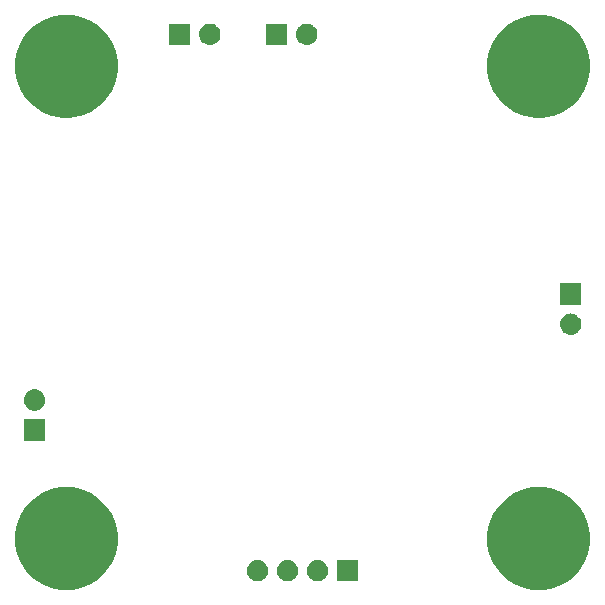
<source format=gbr>
G04 #@! TF.GenerationSoftware,KiCad,Pcbnew,(5.0.1-3-g963ef8bb5)*
G04 #@! TF.CreationDate,2020-12-22T09:25:36-05:00*
G04 #@! TF.ProjectId,STM32F4_Breakout,53544D333246345F427265616B6F7574,rev?*
G04 #@! TF.SameCoordinates,Original*
G04 #@! TF.FileFunction,Soldermask,Bot*
G04 #@! TF.FilePolarity,Negative*
%FSLAX46Y46*%
G04 Gerber Fmt 4.6, Leading zero omitted, Abs format (unit mm)*
G04 Created by KiCad (PCBNEW (5.0.1-3-g963ef8bb5)) date Tuesday, December 22, 2020 at 09:25:36 am*
%MOMM*%
%LPD*%
G01*
G04 APERTURE LIST*
%ADD10C,0.100000*%
G04 APERTURE END LIST*
D10*
G36*
X87548156Y-87672794D02*
X88269140Y-87816206D01*
X89060972Y-88144193D01*
X89773601Y-88620357D01*
X90379643Y-89226399D01*
X90855807Y-89939028D01*
X91183794Y-90730860D01*
X91351000Y-91571464D01*
X91351000Y-92428536D01*
X91183794Y-93269140D01*
X90855807Y-94060972D01*
X90379643Y-94773601D01*
X89773601Y-95379643D01*
X89060972Y-95855807D01*
X88269140Y-96183794D01*
X87548156Y-96327206D01*
X87428537Y-96351000D01*
X86571463Y-96351000D01*
X86451844Y-96327206D01*
X85730860Y-96183794D01*
X84939028Y-95855807D01*
X84226399Y-95379643D01*
X83620357Y-94773601D01*
X83144193Y-94060972D01*
X82816206Y-93269140D01*
X82649000Y-92428536D01*
X82649000Y-91571464D01*
X82816206Y-90730860D01*
X83144193Y-89939028D01*
X83620357Y-89226399D01*
X84226399Y-88620357D01*
X84939028Y-88144193D01*
X85730860Y-87816206D01*
X86451844Y-87672794D01*
X86571463Y-87649000D01*
X87428537Y-87649000D01*
X87548156Y-87672794D01*
X87548156Y-87672794D01*
G37*
G36*
X47548156Y-87672794D02*
X48269140Y-87816206D01*
X49060972Y-88144193D01*
X49773601Y-88620357D01*
X50379643Y-89226399D01*
X50855807Y-89939028D01*
X51183794Y-90730860D01*
X51351000Y-91571464D01*
X51351000Y-92428536D01*
X51183794Y-93269140D01*
X50855807Y-94060972D01*
X50379643Y-94773601D01*
X49773601Y-95379643D01*
X49060972Y-95855807D01*
X48269140Y-96183794D01*
X47548156Y-96327206D01*
X47428537Y-96351000D01*
X46571463Y-96351000D01*
X46451844Y-96327206D01*
X45730860Y-96183794D01*
X44939028Y-95855807D01*
X44226399Y-95379643D01*
X43620357Y-94773601D01*
X43144193Y-94060972D01*
X42816206Y-93269140D01*
X42649000Y-92428536D01*
X42649000Y-91571464D01*
X42816206Y-90730860D01*
X43144193Y-89939028D01*
X43620357Y-89226399D01*
X44226399Y-88620357D01*
X44939028Y-88144193D01*
X45730860Y-87816206D01*
X46451844Y-87672794D01*
X46571463Y-87649000D01*
X47428537Y-87649000D01*
X47548156Y-87672794D01*
X47548156Y-87672794D01*
G37*
G36*
X71701000Y-95601000D02*
X69899000Y-95601000D01*
X69899000Y-93799000D01*
X71701000Y-93799000D01*
X71701000Y-95601000D01*
X71701000Y-95601000D01*
G37*
G36*
X68370443Y-93805519D02*
X68436627Y-93812037D01*
X68549853Y-93846384D01*
X68606467Y-93863557D01*
X68745087Y-93937652D01*
X68762991Y-93947222D01*
X68779840Y-93961050D01*
X68900186Y-94059814D01*
X68961300Y-94134283D01*
X69012778Y-94197009D01*
X69012779Y-94197011D01*
X69096443Y-94353533D01*
X69096443Y-94353534D01*
X69147963Y-94523373D01*
X69165359Y-94700000D01*
X69147963Y-94876627D01*
X69114273Y-94987688D01*
X69096443Y-95046467D01*
X69079126Y-95078864D01*
X69012778Y-95202991D01*
X68983448Y-95238729D01*
X68900186Y-95340186D01*
X68798729Y-95423448D01*
X68762991Y-95452778D01*
X68762989Y-95452779D01*
X68606467Y-95536443D01*
X68549853Y-95553616D01*
X68436627Y-95587963D01*
X68370442Y-95594482D01*
X68304260Y-95601000D01*
X68215740Y-95601000D01*
X68149558Y-95594482D01*
X68083373Y-95587963D01*
X67970147Y-95553616D01*
X67913533Y-95536443D01*
X67757011Y-95452779D01*
X67757009Y-95452778D01*
X67721271Y-95423448D01*
X67619814Y-95340186D01*
X67536552Y-95238729D01*
X67507222Y-95202991D01*
X67440874Y-95078864D01*
X67423557Y-95046467D01*
X67405727Y-94987688D01*
X67372037Y-94876627D01*
X67354641Y-94700000D01*
X67372037Y-94523373D01*
X67423557Y-94353534D01*
X67423557Y-94353533D01*
X67507221Y-94197011D01*
X67507222Y-94197009D01*
X67558700Y-94134283D01*
X67619814Y-94059814D01*
X67740160Y-93961050D01*
X67757009Y-93947222D01*
X67774913Y-93937652D01*
X67913533Y-93863557D01*
X67970147Y-93846384D01*
X68083373Y-93812037D01*
X68149557Y-93805519D01*
X68215740Y-93799000D01*
X68304260Y-93799000D01*
X68370443Y-93805519D01*
X68370443Y-93805519D01*
G37*
G36*
X65830443Y-93805519D02*
X65896627Y-93812037D01*
X66009853Y-93846384D01*
X66066467Y-93863557D01*
X66205087Y-93937652D01*
X66222991Y-93947222D01*
X66239840Y-93961050D01*
X66360186Y-94059814D01*
X66421300Y-94134283D01*
X66472778Y-94197009D01*
X66472779Y-94197011D01*
X66556443Y-94353533D01*
X66556443Y-94353534D01*
X66607963Y-94523373D01*
X66625359Y-94700000D01*
X66607963Y-94876627D01*
X66574273Y-94987688D01*
X66556443Y-95046467D01*
X66539126Y-95078864D01*
X66472778Y-95202991D01*
X66443448Y-95238729D01*
X66360186Y-95340186D01*
X66258729Y-95423448D01*
X66222991Y-95452778D01*
X66222989Y-95452779D01*
X66066467Y-95536443D01*
X66009853Y-95553616D01*
X65896627Y-95587963D01*
X65830442Y-95594482D01*
X65764260Y-95601000D01*
X65675740Y-95601000D01*
X65609558Y-95594482D01*
X65543373Y-95587963D01*
X65430147Y-95553616D01*
X65373533Y-95536443D01*
X65217011Y-95452779D01*
X65217009Y-95452778D01*
X65181271Y-95423448D01*
X65079814Y-95340186D01*
X64996552Y-95238729D01*
X64967222Y-95202991D01*
X64900874Y-95078864D01*
X64883557Y-95046467D01*
X64865727Y-94987688D01*
X64832037Y-94876627D01*
X64814641Y-94700000D01*
X64832037Y-94523373D01*
X64883557Y-94353534D01*
X64883557Y-94353533D01*
X64967221Y-94197011D01*
X64967222Y-94197009D01*
X65018700Y-94134283D01*
X65079814Y-94059814D01*
X65200160Y-93961050D01*
X65217009Y-93947222D01*
X65234913Y-93937652D01*
X65373533Y-93863557D01*
X65430147Y-93846384D01*
X65543373Y-93812037D01*
X65609557Y-93805519D01*
X65675740Y-93799000D01*
X65764260Y-93799000D01*
X65830443Y-93805519D01*
X65830443Y-93805519D01*
G37*
G36*
X63290443Y-93805519D02*
X63356627Y-93812037D01*
X63469853Y-93846384D01*
X63526467Y-93863557D01*
X63665087Y-93937652D01*
X63682991Y-93947222D01*
X63699840Y-93961050D01*
X63820186Y-94059814D01*
X63881300Y-94134283D01*
X63932778Y-94197009D01*
X63932779Y-94197011D01*
X64016443Y-94353533D01*
X64016443Y-94353534D01*
X64067963Y-94523373D01*
X64085359Y-94700000D01*
X64067963Y-94876627D01*
X64034273Y-94987688D01*
X64016443Y-95046467D01*
X63999126Y-95078864D01*
X63932778Y-95202991D01*
X63903448Y-95238729D01*
X63820186Y-95340186D01*
X63718729Y-95423448D01*
X63682991Y-95452778D01*
X63682989Y-95452779D01*
X63526467Y-95536443D01*
X63469853Y-95553616D01*
X63356627Y-95587963D01*
X63290442Y-95594482D01*
X63224260Y-95601000D01*
X63135740Y-95601000D01*
X63069558Y-95594482D01*
X63003373Y-95587963D01*
X62890147Y-95553616D01*
X62833533Y-95536443D01*
X62677011Y-95452779D01*
X62677009Y-95452778D01*
X62641271Y-95423448D01*
X62539814Y-95340186D01*
X62456552Y-95238729D01*
X62427222Y-95202991D01*
X62360874Y-95078864D01*
X62343557Y-95046467D01*
X62325727Y-94987688D01*
X62292037Y-94876627D01*
X62274641Y-94700000D01*
X62292037Y-94523373D01*
X62343557Y-94353534D01*
X62343557Y-94353533D01*
X62427221Y-94197011D01*
X62427222Y-94197009D01*
X62478700Y-94134283D01*
X62539814Y-94059814D01*
X62660160Y-93961050D01*
X62677009Y-93947222D01*
X62694913Y-93937652D01*
X62833533Y-93863557D01*
X62890147Y-93846384D01*
X63003373Y-93812037D01*
X63069557Y-93805519D01*
X63135740Y-93799000D01*
X63224260Y-93799000D01*
X63290443Y-93805519D01*
X63290443Y-93805519D01*
G37*
G36*
X45201000Y-83701000D02*
X43399000Y-83701000D01*
X43399000Y-81899000D01*
X45201000Y-81899000D01*
X45201000Y-83701000D01*
X45201000Y-83701000D01*
G37*
G36*
X44410442Y-79365518D02*
X44476627Y-79372037D01*
X44589853Y-79406384D01*
X44646467Y-79423557D01*
X44785087Y-79497652D01*
X44802991Y-79507222D01*
X44838729Y-79536552D01*
X44940186Y-79619814D01*
X45023448Y-79721271D01*
X45052778Y-79757009D01*
X45052779Y-79757011D01*
X45136443Y-79913533D01*
X45136443Y-79913534D01*
X45187963Y-80083373D01*
X45205359Y-80260000D01*
X45187963Y-80436627D01*
X45153616Y-80549853D01*
X45136443Y-80606467D01*
X45062348Y-80745087D01*
X45052778Y-80762991D01*
X45023448Y-80798729D01*
X44940186Y-80900186D01*
X44838729Y-80983448D01*
X44802991Y-81012778D01*
X44802989Y-81012779D01*
X44646467Y-81096443D01*
X44589853Y-81113616D01*
X44476627Y-81147963D01*
X44410443Y-81154481D01*
X44344260Y-81161000D01*
X44255740Y-81161000D01*
X44189557Y-81154481D01*
X44123373Y-81147963D01*
X44010147Y-81113616D01*
X43953533Y-81096443D01*
X43797011Y-81012779D01*
X43797009Y-81012778D01*
X43761271Y-80983448D01*
X43659814Y-80900186D01*
X43576552Y-80798729D01*
X43547222Y-80762991D01*
X43537652Y-80745087D01*
X43463557Y-80606467D01*
X43446384Y-80549853D01*
X43412037Y-80436627D01*
X43394641Y-80260000D01*
X43412037Y-80083373D01*
X43463557Y-79913534D01*
X43463557Y-79913533D01*
X43547221Y-79757011D01*
X43547222Y-79757009D01*
X43576552Y-79721271D01*
X43659814Y-79619814D01*
X43761271Y-79536552D01*
X43797009Y-79507222D01*
X43814913Y-79497652D01*
X43953533Y-79423557D01*
X44010147Y-79406384D01*
X44123373Y-79372037D01*
X44189558Y-79365518D01*
X44255740Y-79359000D01*
X44344260Y-79359000D01*
X44410442Y-79365518D01*
X44410442Y-79365518D01*
G37*
G36*
X89810443Y-72945519D02*
X89876627Y-72952037D01*
X89989853Y-72986384D01*
X90046467Y-73003557D01*
X90185087Y-73077652D01*
X90202991Y-73087222D01*
X90238729Y-73116552D01*
X90340186Y-73199814D01*
X90423448Y-73301271D01*
X90452778Y-73337009D01*
X90452779Y-73337011D01*
X90536443Y-73493533D01*
X90536443Y-73493534D01*
X90587963Y-73663373D01*
X90605359Y-73840000D01*
X90587963Y-74016627D01*
X90553616Y-74129853D01*
X90536443Y-74186467D01*
X90462348Y-74325087D01*
X90452778Y-74342991D01*
X90423448Y-74378729D01*
X90340186Y-74480186D01*
X90238729Y-74563448D01*
X90202991Y-74592778D01*
X90202989Y-74592779D01*
X90046467Y-74676443D01*
X89989853Y-74693616D01*
X89876627Y-74727963D01*
X89810443Y-74734481D01*
X89744260Y-74741000D01*
X89655740Y-74741000D01*
X89589557Y-74734481D01*
X89523373Y-74727963D01*
X89410147Y-74693616D01*
X89353533Y-74676443D01*
X89197011Y-74592779D01*
X89197009Y-74592778D01*
X89161271Y-74563448D01*
X89059814Y-74480186D01*
X88976552Y-74378729D01*
X88947222Y-74342991D01*
X88937652Y-74325087D01*
X88863557Y-74186467D01*
X88846384Y-74129853D01*
X88812037Y-74016627D01*
X88794641Y-73840000D01*
X88812037Y-73663373D01*
X88863557Y-73493534D01*
X88863557Y-73493533D01*
X88947221Y-73337011D01*
X88947222Y-73337009D01*
X88976552Y-73301271D01*
X89059814Y-73199814D01*
X89161271Y-73116552D01*
X89197009Y-73087222D01*
X89214913Y-73077652D01*
X89353533Y-73003557D01*
X89410147Y-72986384D01*
X89523373Y-72952037D01*
X89589557Y-72945519D01*
X89655740Y-72939000D01*
X89744260Y-72939000D01*
X89810443Y-72945519D01*
X89810443Y-72945519D01*
G37*
G36*
X90601000Y-72201000D02*
X88799000Y-72201000D01*
X88799000Y-70399000D01*
X90601000Y-70399000D01*
X90601000Y-72201000D01*
X90601000Y-72201000D01*
G37*
G36*
X87548156Y-47672794D02*
X88269140Y-47816206D01*
X89060972Y-48144193D01*
X89773601Y-48620357D01*
X90379643Y-49226399D01*
X90855807Y-49939028D01*
X91183794Y-50730860D01*
X91351000Y-51571464D01*
X91351000Y-52428536D01*
X91183794Y-53269140D01*
X90855807Y-54060972D01*
X90379643Y-54773601D01*
X89773601Y-55379643D01*
X89060972Y-55855807D01*
X88269140Y-56183794D01*
X87548156Y-56327206D01*
X87428537Y-56351000D01*
X86571463Y-56351000D01*
X86451844Y-56327206D01*
X85730860Y-56183794D01*
X84939028Y-55855807D01*
X84226399Y-55379643D01*
X83620357Y-54773601D01*
X83144193Y-54060972D01*
X82816206Y-53269140D01*
X82649000Y-52428536D01*
X82649000Y-51571464D01*
X82816206Y-50730860D01*
X83144193Y-49939028D01*
X83620357Y-49226399D01*
X84226399Y-48620357D01*
X84939028Y-48144193D01*
X85730860Y-47816206D01*
X86451844Y-47672794D01*
X86571463Y-47649000D01*
X87428537Y-47649000D01*
X87548156Y-47672794D01*
X87548156Y-47672794D01*
G37*
G36*
X47548156Y-47672794D02*
X48269140Y-47816206D01*
X49060972Y-48144193D01*
X49773601Y-48620357D01*
X50379643Y-49226399D01*
X50855807Y-49939028D01*
X51183794Y-50730860D01*
X51351000Y-51571464D01*
X51351000Y-52428536D01*
X51183794Y-53269140D01*
X50855807Y-54060972D01*
X50379643Y-54773601D01*
X49773601Y-55379643D01*
X49060972Y-55855807D01*
X48269140Y-56183794D01*
X47548156Y-56327206D01*
X47428537Y-56351000D01*
X46571463Y-56351000D01*
X46451844Y-56327206D01*
X45730860Y-56183794D01*
X44939028Y-55855807D01*
X44226399Y-55379643D01*
X43620357Y-54773601D01*
X43144193Y-54060972D01*
X42816206Y-53269140D01*
X42649000Y-52428536D01*
X42649000Y-51571464D01*
X42816206Y-50730860D01*
X43144193Y-49939028D01*
X43620357Y-49226399D01*
X44226399Y-48620357D01*
X44939028Y-48144193D01*
X45730860Y-47816206D01*
X46451844Y-47672794D01*
X46571463Y-47649000D01*
X47428537Y-47649000D01*
X47548156Y-47672794D01*
X47548156Y-47672794D01*
G37*
G36*
X67450443Y-48405519D02*
X67516627Y-48412037D01*
X67629853Y-48446384D01*
X67686467Y-48463557D01*
X67825087Y-48537652D01*
X67842991Y-48547222D01*
X67878729Y-48576552D01*
X67980186Y-48659814D01*
X68034220Y-48725656D01*
X68092778Y-48797009D01*
X68092779Y-48797011D01*
X68176443Y-48953533D01*
X68176443Y-48953534D01*
X68227963Y-49123373D01*
X68245359Y-49300000D01*
X68227963Y-49476627D01*
X68198594Y-49573445D01*
X68176443Y-49646467D01*
X68163737Y-49670237D01*
X68092778Y-49802991D01*
X68063448Y-49838729D01*
X67980186Y-49940186D01*
X67878729Y-50023448D01*
X67842991Y-50052778D01*
X67842989Y-50052779D01*
X67686467Y-50136443D01*
X67629853Y-50153616D01*
X67516627Y-50187963D01*
X67450442Y-50194482D01*
X67384260Y-50201000D01*
X67295740Y-50201000D01*
X67229558Y-50194482D01*
X67163373Y-50187963D01*
X67050147Y-50153616D01*
X66993533Y-50136443D01*
X66837011Y-50052779D01*
X66837009Y-50052778D01*
X66801271Y-50023448D01*
X66699814Y-49940186D01*
X66616552Y-49838729D01*
X66587222Y-49802991D01*
X66516263Y-49670237D01*
X66503557Y-49646467D01*
X66481406Y-49573445D01*
X66452037Y-49476627D01*
X66434641Y-49300000D01*
X66452037Y-49123373D01*
X66503557Y-48953534D01*
X66503557Y-48953533D01*
X66587221Y-48797011D01*
X66587222Y-48797009D01*
X66645780Y-48725656D01*
X66699814Y-48659814D01*
X66801271Y-48576552D01*
X66837009Y-48547222D01*
X66854913Y-48537652D01*
X66993533Y-48463557D01*
X67050147Y-48446384D01*
X67163373Y-48412037D01*
X67229557Y-48405519D01*
X67295740Y-48399000D01*
X67384260Y-48399000D01*
X67450443Y-48405519D01*
X67450443Y-48405519D01*
G37*
G36*
X65701000Y-50201000D02*
X63899000Y-50201000D01*
X63899000Y-48399000D01*
X65701000Y-48399000D01*
X65701000Y-50201000D01*
X65701000Y-50201000D01*
G37*
G36*
X59250443Y-48405519D02*
X59316627Y-48412037D01*
X59429853Y-48446384D01*
X59486467Y-48463557D01*
X59625087Y-48537652D01*
X59642991Y-48547222D01*
X59678729Y-48576552D01*
X59780186Y-48659814D01*
X59834220Y-48725656D01*
X59892778Y-48797009D01*
X59892779Y-48797011D01*
X59976443Y-48953533D01*
X59976443Y-48953534D01*
X60027963Y-49123373D01*
X60045359Y-49300000D01*
X60027963Y-49476627D01*
X59998594Y-49573445D01*
X59976443Y-49646467D01*
X59963737Y-49670237D01*
X59892778Y-49802991D01*
X59863448Y-49838729D01*
X59780186Y-49940186D01*
X59678729Y-50023448D01*
X59642991Y-50052778D01*
X59642989Y-50052779D01*
X59486467Y-50136443D01*
X59429853Y-50153616D01*
X59316627Y-50187963D01*
X59250442Y-50194482D01*
X59184260Y-50201000D01*
X59095740Y-50201000D01*
X59029558Y-50194482D01*
X58963373Y-50187963D01*
X58850147Y-50153616D01*
X58793533Y-50136443D01*
X58637011Y-50052779D01*
X58637009Y-50052778D01*
X58601271Y-50023448D01*
X58499814Y-49940186D01*
X58416552Y-49838729D01*
X58387222Y-49802991D01*
X58316263Y-49670237D01*
X58303557Y-49646467D01*
X58281406Y-49573445D01*
X58252037Y-49476627D01*
X58234641Y-49300000D01*
X58252037Y-49123373D01*
X58303557Y-48953534D01*
X58303557Y-48953533D01*
X58387221Y-48797011D01*
X58387222Y-48797009D01*
X58445780Y-48725656D01*
X58499814Y-48659814D01*
X58601271Y-48576552D01*
X58637009Y-48547222D01*
X58654913Y-48537652D01*
X58793533Y-48463557D01*
X58850147Y-48446384D01*
X58963373Y-48412037D01*
X59029557Y-48405519D01*
X59095740Y-48399000D01*
X59184260Y-48399000D01*
X59250443Y-48405519D01*
X59250443Y-48405519D01*
G37*
G36*
X57501000Y-50201000D02*
X55699000Y-50201000D01*
X55699000Y-48399000D01*
X57501000Y-48399000D01*
X57501000Y-50201000D01*
X57501000Y-50201000D01*
G37*
M02*

</source>
